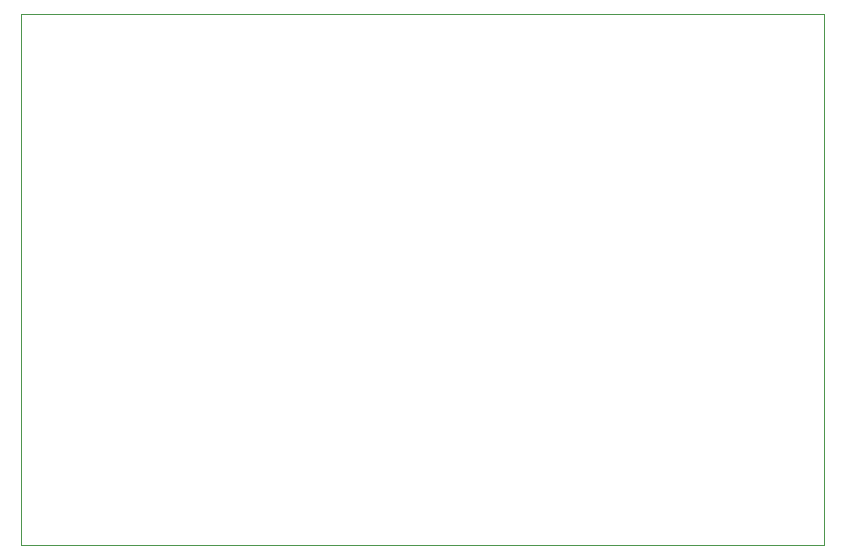
<source format=gbr>
G04 #@! TF.GenerationSoftware,KiCad,Pcbnew,(5.1.0)-1*
G04 #@! TF.CreationDate,2019-08-17T17:24:14+01:00*
G04 #@! TF.ProjectId,lcd_Daughterboard,6c63645f-4461-4756-9768-746572626f61,rev?*
G04 #@! TF.SameCoordinates,Original*
G04 #@! TF.FileFunction,Profile,NP*
%FSLAX46Y46*%
G04 Gerber Fmt 4.6, Leading zero omitted, Abs format (unit mm)*
G04 Created by KiCad (PCBNEW (5.1.0)-1) date 2019-08-17 17:24:14*
%MOMM*%
%LPD*%
G04 APERTURE LIST*
%ADD10C,0.100000*%
G04 APERTURE END LIST*
D10*
X168000000Y-100000000D02*
X168000000Y-145000000D01*
X100000000Y-145000000D02*
X168000000Y-145000000D01*
X100000000Y-100000000D02*
X100000000Y-145000000D01*
X100000000Y-100000000D02*
X168000000Y-100000000D01*
M02*

</source>
